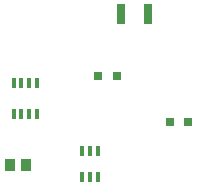
<source format=gbr>
%TF.GenerationSoftware,KiCad,Pcbnew,(6.0.10)*%
%TF.CreationDate,2023-02-03T17:51:54+05:30*%
%TF.ProjectId,protectionCkt,70726f74-6563-4746-996f-6e436b742e6b,rev?*%
%TF.SameCoordinates,Original*%
%TF.FileFunction,Paste,Top*%
%TF.FilePolarity,Positive*%
%FSLAX46Y46*%
G04 Gerber Fmt 4.6, Leading zero omitted, Abs format (unit mm)*
G04 Created by KiCad (PCBNEW (6.0.10)) date 2023-02-03 17:51:54*
%MOMM*%
%LPD*%
G01*
G04 APERTURE LIST*
%ADD10R,0.655600X0.800000*%
%ADD11R,0.838200X1.016000*%
%ADD12R,0.406400X0.876300*%
%ADD13R,0.755599X0.799998*%
%ADD14R,0.698500X1.701800*%
%ADD15R,0.355600X0.876300*%
G04 APERTURE END LIST*
D10*
%TO.C,C1*%
X139765800Y-83566000D03*
X138110200Y-83566000D03*
%TD*%
D11*
%TO.C,R1*%
X130670300Y-91109800D03*
X132016500Y-91109800D03*
%TD*%
D12*
%TO.C,U4*%
X132953399Y-84181950D03*
X132303401Y-84181950D03*
X131653399Y-84181950D03*
X131003401Y-84181950D03*
X131003401Y-86810850D03*
X131653399Y-86810850D03*
X132303401Y-86810850D03*
X132953399Y-86810850D03*
%TD*%
D13*
%TO.C,R2*%
X144221200Y-87452200D03*
X145776798Y-87452200D03*
%TD*%
D14*
%TO.C,LED1*%
X140100050Y-78359000D03*
X142398750Y-78359000D03*
%TD*%
D15*
%TO.C,U3*%
X136814801Y-92170250D03*
X137464800Y-92170250D03*
X138114799Y-92170250D03*
X138114799Y-89947750D03*
X137464800Y-89947750D03*
X136814801Y-89947750D03*
%TD*%
M02*

</source>
